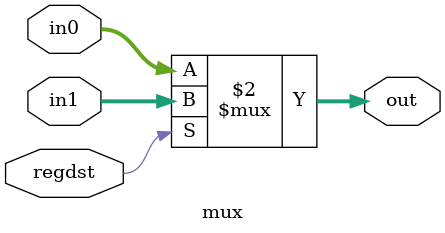
<source format=v>
`timescale 1ns / 1ps
module mux(input [4:0] in0,in1,
           input regdst,
           output reg [4:0]out

    );
    always @ (*)
    out <= regdst ? in1 : in0;
endmodule

</source>
